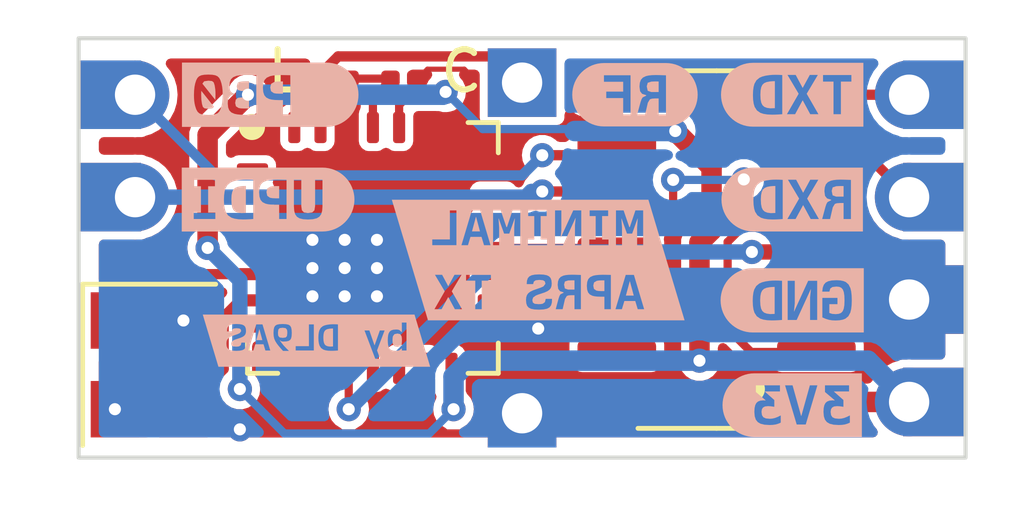
<source format=kicad_pcb>
(kicad_pcb (version 20221018) (generator pcbnew)
  (layers (0 "F.Cu" signal) (31 "B.Cu" signal) (34 "B.Paste" user) (35 "F.Paste" user) (36 "B.SilkS" user "B.Silkscreen") (37 "F.SilkS" user "F.Silkscreen") (38 "B.Mask" user) (39 "F.Mask" user) (44 "Edge.Cuts" user))
  (net 0 "")
  (net 2 "/RXD")
  (net 3 "/TXD")
  (net 15 "GND")
  (net 16 "Net-(U2-VR_PA)")
  (net 18 "/MOSI")
  (net 19 "/MISO")
  (net 20 "/SCK")
  (net 21 "VCC")
  (net 22 "/DIO2")
  (net 23 "/NSS")
  (net 24 "/UPDI")
  (net 25 "/XTA")
  (net 26 "/XTB")
  (net 27 "/RF_OUT")
  (net 28 "/PB0")
  (footprint "Inductor_SMD:L_0201_0603Metric" (layer "F.Cu") (at 27.4 21)
    (fp_text reference "L1" hide)
    (fp_text value "200n" hide)
    (pad "1" smd roundrect (at -0.32 0) (size 0.46 0.4) (layers "F.Cu" "F.Mask") (net 27 "/RF_OUT"))
    (pad "2" smd roundrect (at 0.32 0) (size 0.46 0.4) (layers "F.Cu" "F.Mask") (net 16 "Net-(U2-VR_PA)"))
  )
  (footprint "My_Library:My_PinHeader_2" (layer "F.Cu") (at 23.37 27.41)
    (fp_text reference "H2" hide)
    (fp_text value "UPDI" hide)
    (pad "1" connect rect (at -1.57 -6.01) (size 1.5 1.7) (layers "F.Cu" "F.Mask") (net 28 "/PB0"))
    (pad "1" connect rect (at -1.57 -6.01) (size 1.5 1.7) (layers "B.Cu" "B.Mask") (net 28 "/PB0"))
    (pad "1" thru_hole circle (at -0.97 -6.01) (size 1.7 1.7) (drill 1) (layers "*.Cu" "*.Mask") (net 28 "/PB0"))
    (pad "2" connect rect (at -1.57 -3.47) (size 1.5 1.7) (layers "F.Cu" "F.Mask") (net 24 "/UPDI"))
    (pad "2" connect rect (at -1.57 -3.47) (size 1.5 1.7) (layers "B.Cu" "B.Mask") (net 24 "/UPDI"))
    (pad "2" thru_hole oval (at -0.97 -3.47) (size 1.7 1.7) (drill 1) (layers "*.Cu" "*.Mask") (net 24 "/UPDI"))
  )
  (footprint "My_Library:My_PinHeader_4" (layer "F.Cu") (at 41.6 26.48 180)
    (fp_text reference "H1" hide)
    (fp_text value "Serial" hide)
    (pad "1" connect rect (at -0.6 -2.54 180) (size 1.5 1.7) (layers "F.Cu" "F.Mask") (net 21 "VCC"))
    (pad "1" connect rect (at -0.6 -2.54 180) (size 1.5 1.7) (layers "B.Cu" "B.Mask") (net 21 "VCC"))
    (pad "1" thru_hole circle (at 0 -2.54 180) (size 1.7 1.7) (drill 1) (layers "*.Cu" "*.Mask") (net 21 "VCC"))
    (pad "2" connect rect (at -0.6 0 180) (size 1.5 1.7) (layers "F.Cu" "F.Mask") (net 15 "GND"))
    (pad "2" connect rect (at -0.6 0 180) (size 1.5 1.7) (layers "B.Cu" "B.Mask") (net 15 "GND"))
    (pad "2" thru_hole oval (at 0 0 180) (size 1.7 1.7) (drill 1) (layers "*.Cu" "*.Mask") (net 15 "GND"))
    (pad "3" connect rect (at -0.6 2.54 180) (size 1.5 1.7) (layers "F.Cu" "F.Mask") (net 2 "/RXD"))
    (pad "3" connect rect (at -0.6 2.54 180) (size 1.5 1.7) (layers "B.Cu" "B.Mask") (net 2 "/RXD"))
    (pad "3" thru_hole circle (at 0 2.54 180) (size 1.7 1.7) (drill 1) (layers "*.Cu" "*.Mask") (net 2 "/RXD"))
    (pad "4" connect rect (at -0.6 5.08 180) (size 1.5 1.7) (layers "F.Cu" "F.Mask") (net 3 "/TXD"))
    (pad "4" connect rect (at -0.6 5.08 180) (size 1.5 1.7) (layers "B.Cu" "B.Mask") (net 3 "/TXD"))
    (pad "4" thru_hole oval (at 0 5.08 180) (size 1.7 1.7) (drill 1) (layers "*.Cu" "*.Mask") (net 3 "/TXD"))
  )
  (footprint "My_Library:My_ANT_Pad" (layer "F.Cu") (at 32 29.3)
    (fp_text reference "H4" hide)
    (fp_text value "GND" hide)
    (pad "1" thru_hole rect (at 0 0) (size 1.7 1.7) (drill 1) (layers "*.Cu" "*.Mask") (net 15 "GND"))
  )
  (footprint "Package_SO:SOIC-14_3.9x8.7mm_P1.27mm" (layer "F.Cu") (at 36.825 25.24 180)
    (fp_text reference "U1" hide)
    (fp_text value "ATtiny1604-SS" hide)
    (pad "1" smd roundrect (at -2.475 -3.81 180) (size 1.95 0.6) (layers "F.Cu" "F.Paste" "F.Mask") (net 21 "VCC"))
    (pad "2" smd roundrect (at -2.475 -2.54 180) (size 1.95 0.6) (layers "F.Cu" "F.Paste" "F.Mask") (net 23 "/NSS"))
    (pad "3" smd roundrect (at -2.475 -1.27 180) (size 1.95 0.6) (layers "F.Cu" "F.Paste" "F.Mask"))
    (pad "4" smd roundrect (at -2.475 0 180) (size 1.95 0.6) (layers "F.Cu" "F.Paste" "F.Mask") (net 22 "/DIO2"))
    (pad "5" smd roundrect (at -2.475 1.27 180) (size 1.95 0.6) (layers "F.Cu" "F.Paste" "F.Mask"))
    (pad "6" smd roundrect (at -2.475 2.54 180) (size 1.95 0.6) (layers "F.Cu" "F.Paste" "F.Mask") (net 2 "/RXD"))
    (pad "7" smd roundrect (at -2.475 3.81 180) (size 1.95 0.6) (layers "F.Cu" "F.Paste" "F.Mask") (net 3 "/TXD"))
    (pad "8" smd roundrect (at 2.475 3.81 180) (size 1.95 0.6) (layers "F.Cu" "F.Paste" "F.Mask"))
    (pad "9" smd roundrect (at 2.475 2.54 180) (size 1.95 0.6) (layers "F.Cu" "F.Paste" "F.Mask") (net 28 "/PB0"))
    (pad "10" smd roundrect (at 2.475 1.27 180) (size 1.95 0.6) (layers "F.Cu" "F.Paste" "F.Mask") (net 24 "/UPDI"))
    (pad "11" smd roundrect (at 2.475 0 180) (size 1.95 0.6) (layers "F.Cu" "F.Paste" "F.Mask") (net 18 "/MOSI"))
    (pad "12" smd roundrect (at 2.475 -1.27 180) (size 1.95 0.6) (layers "F.Cu" "F.Paste" "F.Mask") (net 19 "/MISO"))
    (pad "13" smd roundrect (at 2.475 -2.54 180) (size 1.95 0.6) (layers "F.Cu" "F.Paste" "F.Mask") (net 20 "/SCK"))
    (pad "14" smd roundrect (at 2.475 -3.81 180) (size 1.95 0.6) (layers "F.Cu" "F.Paste" "F.Mask") (net 15 "GND"))
  )
  (footprint "My_Library:My_ANT_Pad" (layer "F.Cu") (at 32 21.1)
    (fp_text reference "H3" hide)
    (fp_text value "ANT" hide)
    (pad "1" thru_hole rect (at 0 0) (size 1.7 1.7) (drill 1) (layers "*.Cu" "*.Mask") (net 27 "/RF_OUT"))
  )
  (footprint "Crystal:Crystal_SMD_3225-4Pin_3.2x2.5mm" (layer "F.Cu") (at 22.75 28.1 -90)
    (fp_text reference "X1" hide)
    (fp_text value "SX1278_XO" hide)
    (pad "1" smd rect (at -1.1 0.85 270) (size 1.4 1.2) (layers "F.Cu" "F.Paste" "F.Mask") (net 25 "/XTA"))
    (pad "2" smd rect (at 1.1 0.85 270) (size 1.4 1.2) (layers "F.Cu" "F.Paste" "F.Mask") (net 15 "GND"))
    (pad "3" smd rect (at 1.1 -0.85 270) (size 1.4 1.2) (layers "F.Cu" "F.Paste" "F.Mask") (net 26 "/XTB"))
    (pad "4" smd rect (at -1.1 -0.85 270) (size 1.4 1.2) (layers "F.Cu" "F.Paste" "F.Mask") (net 15 "GND"))
  )
  (footprint "Package_DFN_QFN:QFN-28-1EP_6x6mm_P0.65mm_EP4.8x4.8mm" (layer "F.Cu") (at 28.3 25.2)
    (fp_text reference "U2" hide)
    (fp_text value "SX1278" hide)
    (pad "1" smd roundrect (at -2.9875 -1.95) (size 0.775 0.3) (layers "F.Cu" "F.Paste" "F.Mask"))
    (pad "2" smd roundrect (at -2.9875 -1.3) (size 0.775 0.3) (layers "F.Cu" "F.Paste" "F.Mask"))
    (pad "3" smd roundrect (at -2.9875 -0.65) (size 0.775 0.3) (layers "F.Cu" "F.Paste" "F.Mask") (net 21 "VCC"))
    (pad "4" smd roundrect (at -2.9875 0) (size 0.775 0.3) (layers "F.Cu" "F.Paste" "F.Mask"))
    (pad "5" smd roundrect (at -2.9875 0.65) (size 0.775 0.3) (layers "F.Cu" "F.Paste" "F.Mask") (net 25 "/XTA"))
    (pad "6" smd roundrect (at -2.9875 1.3) (size 0.775 0.3) (layers "F.Cu" "F.Paste" "F.Mask") (net 26 "/XTB"))
    (pad "7" smd roundrect (at -2.9875 1.95) (size 0.775 0.3) (layers "F.Cu" "F.Paste" "F.Mask") (net 21 "VCC"))
    (pad "8" smd roundrect (at -1.95 2.9875) (size 0.3 0.775) (layers "F.Cu" "F.Paste" "F.Mask"))
    (pad "9" smd roundrect (at -1.3 2.9875) (size 0.3 0.775) (layers "F.Cu" "F.Paste" "F.Mask"))
    (pad "10" smd roundrect (at -0.65 2.9875) (size 0.3 0.775) (layers "F.Cu" "F.Paste" "F.Mask") (net 22 "/DIO2"))
    (pad "11" smd roundrect (at 0 2.9875) (size 0.3 0.775) (layers "F.Cu" "F.Paste" "F.Mask"))
    (pad "12" smd roundrect (at 0.65 2.9875) (size 0.3 0.775) (layers "F.Cu" "F.Paste" "F.Mask"))
    (pad "13" smd roundrect (at 1.3 2.9875) (size 0.3 0.775) (layers "F.Cu" "F.Paste" "F.Mask"))
    (pad "14" smd roundrect (at 1.95 2.9875) (size 0.3 0.775) (layers "F.Cu" "F.Paste" "F.Mask") (net 21 "VCC"))
    (pad "15" smd roundrect (at 2.9875 1.95) (size 0.775 0.3) (layers "F.Cu" "F.Paste" "F.Mask") (net 15 "GND"))
    (pad "16" smd roundrect (at 2.9875 1.3) (size 0.775 0.3) (layers "F.Cu" "F.Paste" "F.Mask") (net 20 "/SCK"))
    (pad "17" smd roundrect (at 2.9875 0.65) (size 0.775 0.3) (layers "F.Cu" "F.Paste" "F.Mask") (net 19 "/MISO"))
    (pad "18" smd roundrect (at 2.9875 0) (size 0.775 0.3) (layers "F.Cu" "F.Paste" "F.Mask") (net 18 "/MOSI"))
    (pad "19" smd roundrect (at 2.9875 -0.65) (size 0.775 0.3) (layers "F.Cu" "F.Paste" "F.Mask") (net 23 "/NSS"))
    (pad "20" smd roundrect (at 2.9875 -1.3) (size 0.775 0.3) (layers "F.Cu" "F.Paste" "F.Mask"))
    (pad "21" smd roundrect (at 2.9875 -1.95) (size 0.775 0.3) (layers "F.Cu" "F.Paste" "F.Mask") (net 15 "GND"))
    (pad "22" smd roundrect (at 1.95 -2.9875) (size 0.3 0.775) (layers "F.Cu" "F.Paste" "F.Mask") (net 15 "GND"))
    (pad "23" smd roundrect (at 1.3 -2.9875) (size 0.3 0.775) (layers "F.Cu" "F.Paste" "F.Mask") (net 15 "GND"))
    (pad "24" smd roundrect (at 0.65 -2.9875) (size 0.3 0.775) (layers "F.Cu" "F.Paste" "F.Mask") (net 21 "VCC"))
    (pad "25" smd roundrect (at 0 -2.9875) (size 0.3 0.775) (layers "F.Cu" "F.Paste" "F.Mask") (net 16 "Net-(U2-VR_PA)"))
    (pad "26" smd roundrect (at -0.65 -2.9875) (size 0.3 0.775) (layers "F.Cu" "F.Paste" "F.Mask") (net 15 "GND"))
    (pad "27" smd roundrect (at -1.3 -2.9875) (size 0.3 0.775) (layers "F.Cu" "F.Paste" "F.Mask") (net 27 "/RF_OUT"))
    (pad "28" smd roundrect (at -1.95 -2.9875) (size 0.3 0.775) (layers "F.Cu" "F.Paste" "F.Mask"))
    (pad "29" smd rect (at 0 0) (size 4.8 4.8) (layers "F.Cu" "F.Mask") (net 15 "GND"))
  )
  (footprint "Capacitor_SMD:C_0201_0603Metric" (layer "F.Cu") (at 29.055 21)
    (fp_text reference "C1" hide)
    (fp_text value "100n" hide)
    (pad "1" smd roundrect (at -0.32 0) (size 0.46 0.4) (layers "F.Cu" "F.Mask") (net 16 "Net-(U2-VR_PA)"))
    (pad "2" smd roundrect (at 0.32 0) (size 0.46 0.4) (layers "F.Cu" "F.Mask") (net 15 "GND"))
  )
  (footprint "kibuzzard-64F1B32F" (layer "B.Cu") (at 38.7 24 180)
    (fp_text reference "kibuzzard-64F1B32F" hide)
    (fp_text value "G***" hide)
  )
  (footprint "kibuzzard-64F1B34A" (layer "B.Cu") (at 25.752785 21.4 180)
    (fp_text reference "kibuzzard-64F1B34A" hide)
    (fp_text value "G***" hide)
  )
  (footprint "kibuzzard-64F18FB8" (layer "B.Cu") (at 26.9 27.5 180)
    (fp_text reference "kibuzzard-64F18FB8" hide)
    (fp_text value "G***" hide)
  )
  (footprint "kibuzzard-64F1B334" (layer "B.Cu") (at 38.7 26.5 180)
    (fp_text reference "kibuzzard-64F1B334" hide)
    (fp_text value "G***" hide)
  )
  (footprint "kibuzzard-64F1B3B3" (layer "B.Cu") (at 34.8 21.4 180)
    (fp_text reference "kibuzzard-64F1B3B3" hide)
    (fp_text value "G***" hide)
  )
  (footprint "kibuzzard-64F1B328" (layer "B.Cu") (at 38.7 21.4 180)
    (fp_text reference "kibuzzard-64F1B328" hide)
    (fp_text value "G***" hide)
  )
  (footprint "kibuzzard-64F1B338" (layer "B.Cu") (at 38.7 29.1 180)
    (fp_text reference "kibuzzard-64F1B338" hide)
    (fp_text value "G***" hide)
  )
  (footprint "kibuzzard-64F1B350" (layer "B.Cu") (at 25.7 24 180)
    (fp_text reference "kibuzzard-64F1B350" hide)
    (fp_text value "G***" hide)
  )
  (footprint "kibuzzard-64F18FF4" (layer "B.Cu") (at 32.4 25.5 180)
    (fp_text reference "kibuzzard-64F18FF4" hide)
    (fp_text value "G***" hide)
  )
  (gr_circle (center 25.3 22.2) (end 25.523607 22.2) (stroke (width 0.2)) (fill solid) (layer "F.SilkS"))
  (gr_circle (center 37.7 28.7) (end 37.923607 28.7) (stroke (width 0.2)) (fill solid) (layer "F.SilkS"))
  (gr_rect (start 21 20) (end 43 30.4) (stroke (width 0.1)) (fill none) (layer "Edge.Cuts"))
  (gr_text "L" (at 25.6 21.4) (layer "F.SilkS") (effects (font (size 1 1)) (justify left bottom)))
  (gr_text "C" (at 29.9 21.4) (layer "F.SilkS") (effects (font (size 1 1)) (justify left bottom)))
  (segment (start 39 22.72) (end 40.38 22.72) (width 0.254) (layer "F.Cu") (net 2))
  (segment (start 40.38 22.72) (end 41.6 23.94) (width 0.254) (layer "F.Cu") (net 2))
  (segment (start 39.05 21.4) (end 41.6 21.4) (width 0.254) (layer "F.Cu") (net 3))
  (segment (start 27.65 24.55) (end 28.3 25.2) (width 0.2032) (layer "F.Cu") (net 15))
  (segment (start 23.6 27.4) (end 23.6 27) (width 0.254) (layer "F.Cu") (net 15))
  (segment (start 29.6 22.2125) (end 29.6 23.9) (width 0.2032) (layer "F.Cu") (net 15))
  (segment (start 32.4 27.2) (end 31.3375 27.2) (width 0.2032) (layer "F.Cu") (net 15))
  (segment (start 25.1016 29.8016) (end 25 29.7) (width 0.2032) (layer "F.Cu") (net 15))
  (segment (start 32.4 27.2) (end 32 27.6) (width 0.2032) (layer "F.Cu") (net 15))
  (segment (start 31.2875 23.25) (end 30.25 23.25) (width 0.2032) (layer "F.Cu") (net 15))
  (segment (start 29.6 23.9) (end 28.3 25.2) (width 0.2032) (layer "F.Cu") (net 15))
  (segment (start 30.8016 21.6609) (end 30.8016 21.0016) (width 0.2032) (layer "F.Cu") (net 15))
  (segment (start 34.1 29.3) (end 34.35 29.05) (width 0.381) (layer "F.Cu") (net 15))
  (segment (start 30.25 23.25) (end 28.3 25.2) (width 0.2032) (layer "F.Cu") (net 15))
  (segment (start 30.25 27.15) (end 31.2875 27.15) (width 0.2032) (layer "F.Cu") (net 15))
  (segment (start 29.65349 20.76651) (end 30.56651 20.76651) (width 0.127) (layer "F.Cu") (net 15))
  (segment (start 30.56651 20.76651) (end 30.8016 21.0016) (width 0.127) (layer "F.Cu") (net 15))
  (segment (start 31.4984 29.8016) (end 25.1016 29.8016) (width 0.2032) (layer "F.Cu") (net 15))
  (segment (start 32 27.6) (end 32 29.3) (width 0.2032) (layer "F.Cu") (net 15))
  (segment (start 32 29.3) (end 31.4984 29.8016) (width 0.2032) (layer "F.Cu") (net 15))
  (segment (start 30.25 22.2125) (end 30.8016 21.6609) (width 0.2032) (layer "F.Cu") (net 15))
  (segment (start 32 29.3) (end 34.1 29.3) (width 0.508) (layer "F.Cu") (net 15))
  (segment (start 29.42 21) (end 29.65349 20.76651) (width 0.127) (layer "F.Cu") (net 15))
  (segment (start 27.65 22.2125) (end 27.65 24.55) (width 0.2032) (layer "F.Cu") (net 15))
  (segment (start 30.25 22.2125) (end 30.25 23.25) (width 0.2032) (layer "F.Cu") (net 15))
  (segment (start 28.3 25.2) (end 30.25 27.15) (width 0.2032) (layer "F.Cu") (net 15))
  (segment (start 21.9 29.2) (end 21.9 29.6) (width 0.254) (layer "F.Cu") (net 15))
  (segment (start 21.9 29.1) (end 23.6 27.4) (width 0.254) (layer "F.Cu") (net 15))
  (segment (start 31.3375 27.2) (end 31.2875 27.15) (width 0.2032) (layer "F.Cu") (net 15))
  (segment (start 23.6 27.203503) (end 23.6 27.4) (width 0.254) (layer "F.Cu") (net 15))
  (segment (start 21.9 29.1) (end 21.9 29.1) (width 0.254) (layer "F.Cu") (net 15))
  (segment (start 21.9 29.2) (end 21.9 29.1) (width 0.254) (layer "F.Cu") (net 15))
  (via (at 26.8 26.4) (size 0.6) (drill 0.3) (layers "F.Cu" "B.Cu") (net 15))
  (via (at 26.8 25.7) (size 0.6) (drill 0.3) (layers "F.Cu" "B.Cu") (net 15))
  (via (at 32.4 27.2) (size 0.6) (drill 0.3) (layers "F.Cu" "B.Cu") (net 15))
  (via (at 21.9 29.2) (size 0.6) (drill 0.3) (layers "F.Cu" "B.Cu") (net 15))
  (via (at 27.6 25.7) (size 0.6) (drill 0.3) (layers "F.Cu" "B.Cu") (net 15))
  (via (at 23.6 27) (size 0.6) (drill 0.3) (layers "F.Cu" "B.Cu") (net 15))
  (via (at 28.4 25.7) (size 0.6) (drill 0.3) (layers "F.Cu" "B.Cu") (net 15))
  (via (at 28.4 25) (size 0.6) (drill 0.3) (layers "F.Cu" "B.Cu") (net 15))
  (via (at 25 29.7) (size 0.6) (drill 0.3) (layers "F.Cu" "B.Cu") (net 15))
  (via (at 26.8 25) (size 0.6) (drill 0.3) (layers "F.Cu" "B.Cu") (net 15))
  (via (at 28.4 26.4) (size 0.6) (drill 0.3) (layers "F.Cu" "B.Cu") (net 15))
  (via (at 27.6 25) (size 0.6) (drill 0.3) (layers "F.Cu" "B.Cu") (net 15))
  (via (at 27.6 26.4) (size 0.6) (drill 0.3) (layers "F.Cu" "B.Cu") (net 15))
  (segment (start 39.8184 24.6984) (end 28.7016 24.6984) (width 0.2032) (layer "B.Cu") (net 15))
  (segment (start 24.5 29.2) (end 21.9 29.2) (width 0.2032) (layer "B.Cu") (net 15))
  (segment (start 25 29.7) (end 23.6 28.3) (width 0.2032) (layer "B.Cu") (net 15))
  (segment (start 25 29.7) (end 24.5 29.2) (width 0.2032) (layer "B.Cu") (net 15))
  (segment (start 23.6 28.3) (end 23.6 27) (width 0.2032) (layer "B.Cu") (net 15))
  (segment (start 41.6 26.48) (end 39.8184 24.6984) (width 0.2032) (layer "B.Cu") (net 15))
  (segment (start 33.12 26.48) (end 32.4 27.2) (width 0.2032) (layer "B.Cu") (net 15))
  (segment (start 28.7016 24.6984) (end 28.3 25.1) (width 0.2032) (layer "B.Cu") (net 15))
  (segment (start 41.6 26.48) (end 33.12 26.48) (width 0.2032) (layer "B.Cu") (net 15))
  (segment (start 27.72 21) (end 28.78 21) (width 0.2032) (layer "F.Cu") (net 16))
  (segment (start 28.3 21.48) (end 28.78 21) (width 0.2032) (layer "F.Cu") (net 16))
  (segment (start 28.3 22.2125) (end 28.3 21.48) (width 0.2032) (layer "F.Cu") (net 16))
  (segment (start 31.2875 25.2) (end 34.31 25.2) (width 0.2032) (layer "F.Cu") (net 18))
  (segment (start 34.31 25.2) (end 34.35 25.24) (width 0.2032) (layer "F.Cu") (net 18))
  (segment (start 33.69 25.85) (end 34.35 26.51) (width 0.2032) (layer "F.Cu") (net 19))
  (segment (start 31.2875 25.85) (end 33.69 25.85) (width 0.2032) (layer "F.Cu") (net 19))
  (segment (start 31.2875 26.5) (end 32.6 26.5) (width 0.2032) (layer "F.Cu") (net 20))
  (segment (start 32.6 26.5) (end 33.88 27.78) (width 0.2032) (layer "F.Cu") (net 20))
  (segment (start 33.88 27.78) (end 34.35 27.78) (width 0.2032) (layer "F.Cu") (net 20))
  (segment (start 36.7 23.2) (end 35.8 22.3) (width 0.508) (layer "F.Cu") (net 21))
  (segment (start 30.3 29.2) (end 30.3 28.2375) (width 0.2032) (layer "F.Cu") (net 21))
  (segment (start 29.931597 21.5016) (end 30.103192 21.330005) (width 0.2032) (layer "F.Cu") (net 21))
  (segment (start 24.45 24.55) (end 25.3125 24.55) (width 0.2032) (layer "F.Cu") (net 21))
  (segment (start 29.101333 21.5016) (end 29.931597 21.5016) (width 0.2032) (layer "F.Cu") (net 21))
  (segment (start 36.4 25.06671) (end 36.7 24.76671) (width 0.508) (layer "F.Cu") (net 21))
  (segment (start 24.2 24.3) (end 24.45 24.55) (width 0.2032) (layer "F.Cu") (net 21))
  (segment (start 30.3 28.2375) (end 30.25 28.1875) (width 0.2032) (layer "F.Cu") (net 21))
  (segment (start 29.101333 21.5016) (end 28.95 21.652933) (width 0.2032) (layer "F.Cu") (net 21))
  (segment (start 24.2 24.3) (end 24.2 22.4) (width 0.508) (layer "F.Cu") (net 21))
  (segment (start 28.95 21.652933) (end 28.95 22.2125) (width 0.2032) (layer "F.Cu") (net 21))
  (segment (start 25 28.7) (end 25 27.4625) (width 0.2032) (layer "F.Cu") (net 21))
  (segment (start 24.2 25.2) (end 24.2 24.3) (width 0.508) (layer "F.Cu") (net 21))
  (segment (start 24.2 22.4) (end 25.2 21.4) (width 0.508) (layer "F.Cu") (net 21))
  (segment (start 25 27.4625) (end 25.3125 27.15) (width 0.2032) (layer "F.Cu") (net 21))
  (segment (start 36.4 27.996) (end 36.4 25.06671) (width 0.508) (layer "F.Cu") (net 21))
  (segment (start 36.7 24.76671) (end 36.7 23.2) (width 0.508) (layer "F.Cu") (net 21))
  (segment (start 39.05 29.02) (end 41.6 29.02) (width 0.508) (layer "F.Cu") (net 21))
  (via (at 25 28.7) (size 0.6) (drill 0.3) (layers "F.Cu" "B.Cu") (net 21))
  (via (at 30.103192 21.330005) (size 0.6) (drill 0.3) (layers "F.Cu" "B.Cu") (net 21))
  (via (at 35.8 22.3) (size 0.6) (drill 0.3) (layers "F.Cu" "B.Cu") (net 21))
  (via (at 24.2 25.2) (size 0.6) (drill 0.3) (layers "F.Cu" "B.Cu") (net 21))
  (via (at 36.4 27.996) (size 0.6) (drill 0.3) (layers "F.Cu" "B.Cu") (net 21))
  (via (at 25.2 21.4) (size 0.6) (drill 0.3) (layers "F.Cu" "B.Cu") (net 21))
  (via (at 30.3 29.2) (size 0.6) (drill 0.3) (layers "F.Cu" "B.Cu") (net 21))
  (segment (start 30.3 28.392) (end 30.3 29.2) (width 0.508) (layer "B.Cu") (net 21))
  (segment (start 30.033197 21.4) (end 30.103192 21.330005) (width 0.508) (layer "B.Cu") (net 21))
  (segment (start 35.8 22.3) (end 33.304 22.3) (width 0.508) (layer "B.Cu") (net 21))
  (segment (start 33.2556 22.2516) (end 33.304 22.3) (width 0.2032) (layer "B.Cu") (net 21))
  (segment (start 24.2 25.2) (end 25 26) (width 0.381) (layer "B.Cu") (net 21))
  (segment (start 40.576 27.996) (end 41.6 29.02) (width 0.508) (layer "B.Cu") (net 21))
  (segment (start 25.2 21.4) (end 30.033197 21.4) (width 0.508) (layer "B.Cu") (net 21))
  (segment (start 30.103192 21.330005) (end 31.024787 22.2516) (width 0.2032) (layer "B.Cu") (net 21))
  (segment (start 26.1016 29.8016) (end 25 28.7) (width 0.2032) (layer "B.Cu") (net 21))
  (segment (start 30.3 29.2) (end 29.6984 29.8016) (width 0.2032) (layer "B.Cu") (net 21))
  (segment (start 30.696 27.996) (end 30.3 28.392) (width 0.508) (layer "B.Cu") (net 21))
  (segment (start 25 26) (end 25 28.7) (width 0.381) (layer "B.Cu") (net 21))
  (segment (start 36.4 27.996) (end 30.696 27.996) (width 0.508) (layer "B.Cu") (net 21))
  (segment (start 36.4 27.996) (end 40.576 27.996) (width 0.508) (layer "B.Cu") (net 21))
  (segment (start 31.024787 22.2516) (end 33.2556 22.2516) (width 0.2032) (layer "B.Cu") (net 21))
  (segment (start 29.6984 29.8016) (end 26.1016 29.8016) (width 0.2032) (layer "B.Cu") (net 21))
  (segment (start 27.7 28.2375) (end 27.65 28.1875) (width 0.2032) (layer "F.Cu") (net 22))
  (segment (start 37.7 25.3) (end 39.24 25.3) (width 0.381) (layer "F.Cu") (net 22))
  (segment (start 27.7 29.2) (end 27.7 28.2375) (width 0.2032) (layer "F.Cu") (net 22))
  (segment (start 39.24 25.3) (end 39.3 25.24) (width 0.381) (layer "F.Cu") (net 22))
  (via (at 27.7 29.2) (size 0.6) (drill 0.3) (layers "F.Cu" "B.Cu") (net 22))
  (via (at 37.7 25.3) (size 0.6) (drill 0.3) (layers "F.Cu" "B.Cu") (net 22))
  (segment (start 27.7 29.2) (end 31.6 25.3) (width 0.381) (layer "B.Cu") (net 22))
  (segment (start 31.6 25.3) (end 37.7 25.3) (width 0.381) (layer "B.Cu") (net 22))
  (segment (start 31.2875 24.55) (end 31.3759 24.6384) (width 0.2032) (layer "F.Cu") (net 23))
  (segment (start 31.3759 24.6384) (end 35.362059 24.6384) (width 0.2032) (layer "F.Cu") (net 23))
  (segment (start 37.68 27.78) (end 39.3 27.78) (width 0.2032) (layer "F.Cu") (net 23))
  (segment (start 37.5 23.5) (end 37.5 24.649209) (width 0.2032) (layer "F.Cu") (net 23))
  (segment (start 37.5 24.649209) (end 37.0984 25.050809) (width 0.2032) (layer "F.Cu") (net 23))
  (segment (start 35.362059 24.6384) (end 35.74696 24.253499) (width 0.2032) (layer "F.Cu") (net 23))
  (segment (start 37.0984 25.050809) (end 37.0984 27.1984) (width 0.2032) (layer "F.Cu") (net 23))
  (segment (start 37.0984 27.1984) (end 37.68 27.78) (width 0.2032) (layer "F.Cu") (net 23))
  (segment (start 35.74696 24.253499) (end 35.74696 23.512246) (width 0.2032) (layer "F.Cu") (net 23))
  (via (at 37.5 23.5) (size 0.6) (drill 0.3) (layers "F.Cu" "B.Cu") (net 23))
  (via (at 35.74696 23.512246) (size 0.6) (drill 0.3) (layers "F.Cu" "B.Cu") (net 23))
  (segment (start 37.487754 23.512246) (end 35.74696 23.512246) (width 0.2032) (layer "B.Cu") (net 23))
  (segment (start 37.5 23.5) (end 37.487754 23.512246) (width 0.2032) (layer "B.Cu") (net 23))
  (segment (start 34.18 23.8) (end 34.35 23.97) (width 0.254) (layer "F.Cu") (net 24))
  (segment (start 32.5 23.8) (end 34.18 23.8) (width 0.254) (layer "F.Cu") (net 24))
  (via (at 32.5 23.8) (size 0.6) (drill 0.3) (layers "F.Cu" "B.Cu") (net 24))
  (segment (start 32.228618 23.8) (end 32.088618 23.94) (width 0.381) (layer "B.Cu") (net 24))
  (segment (start 32.5 23.8) (end 32.228618 23.8) (width 0.381) (layer "B.Cu") (net 24))
  (segment (start 32.088618 23.94) (end 22.4 23.94) (width 0.381) (layer "B.Cu") (net 24))
  (segment (start 22.796 25.85) (end 21.9 26.746) (width 0.254) (layer "F.Cu") (net 25))
  (segment (start 25.3125 25.85) (end 22.796 25.85) (width 0.254) (layer "F.Cu") (net 25))
  (segment (start 21.9 26.746) (end 21.9 27) (width 0.254) (layer "F.Cu") (net 25))
  (segment (start 24.598 28.202) (end 24.598 26.908486) (width 0.254) (layer "F.Cu") (net 26))
  (segment (start 23.6 29.2) (end 24.598 28.202) (width 0.254) (layer "F.Cu") (net 26))
  (segment (start 24.598 26.908486) (end 25.006486 26.5) (width 0.254) (layer "F.Cu") (net 26))
  (segment (start 25.006486 26.5) (end 25.3125 26.5) (width 0.254) (layer "F.Cu") (net 26))
  (segment (start 27.08 21) (end 27.08 20.806131) (width 0.254) (layer "F.Cu") (net 27))
  (segment (start 27 22.2125) (end 27 21.08) (width 0.2032) (layer "F.Cu") (net 27))
  (segment (start 27.08 20.806131) (end 27.437121 20.44901) (width 0.254) (layer "F.Cu") (net 27))
  (segment (start 31.34901 20.44901) (end 32 21.1) (width 0.254) (layer "F.Cu") (net 27))
  (segment (start 27.437121 20.44901) (end 31.34901 20.44901) (width 0.254) (layer "F.Cu") (net 27))
  (segment (start 27 21.08) (end 27.08 21) (width 0.2032) (layer "F.Cu") (net 27))
  (segment (start 32.5 22.9) (end 34.15 22.9) (width 0.254) (layer "F.Cu") (net 28))
  (segment (start 34.15 22.9) (end 34.35 22.7) (width 0.254) (layer "F.Cu") (net 28))
  (via (at 32.5 22.9) (size 0.6) (drill 0.3) (layers "F.Cu" "B.Cu") (net 28))
  (segment (start 32.5 22.9) (end 32 23.4) (width 0.254) (layer "B.Cu") (net 28))
  (segment (start 24.4 23.4) (end 22.4 21.4) (width 0.254) (layer "B.Cu") (net 28))
  (segment (start 32 23.4) (end 24.4 23.4) (width 0.254) (layer "B.Cu") (net 28))
  (zone (net 15) (net_name "GND") (layers "F&B.Cu") (connect_pads yes (clearance 0.2)) (min_thickness 0.25) (fill yes (thermal_gap 0.5) (thermal_bridge_width 0.5))
    (polygon (pts (xy 19.05 19.05) (xy 44.45 19.05) (xy 44.45 31.75) (xy 19.05 31.75)))
  )
)
</source>
